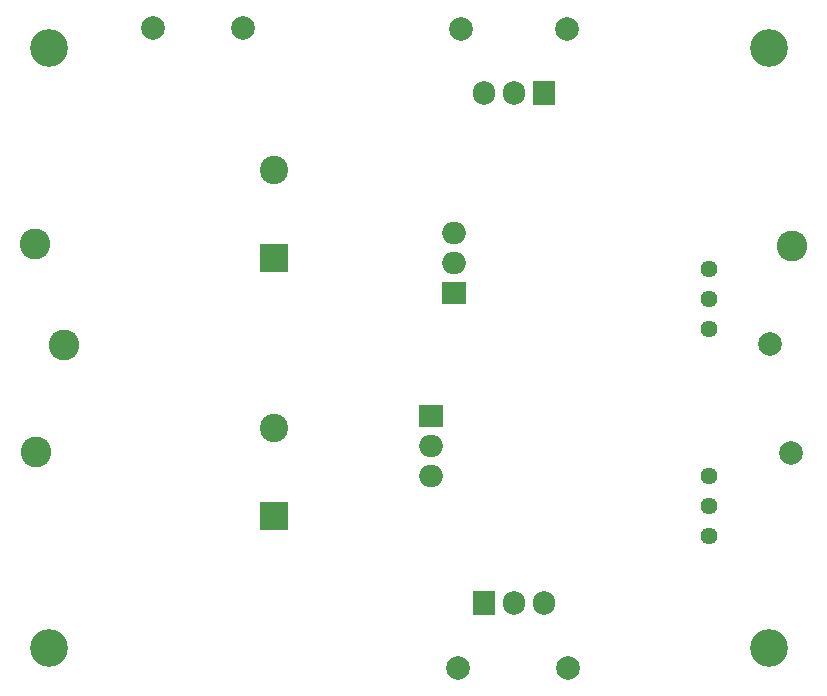
<source format=gbr>
G04 #@! TF.GenerationSoftware,KiCad,Pcbnew,(5.1.10-1-10_14)*
G04 #@! TF.CreationDate,2021-09-15T13:52:24+02:00*
G04 #@! TF.ProjectId,lv-lownoise-psu,6c762d6c-6f77-46e6-9f69-73652d707375,rev?*
G04 #@! TF.SameCoordinates,Original*
G04 #@! TF.FileFunction,Soldermask,Bot*
G04 #@! TF.FilePolarity,Negative*
%FSLAX46Y46*%
G04 Gerber Fmt 4.6, Leading zero omitted, Abs format (unit mm)*
G04 Created by KiCad (PCBNEW (5.1.10-1-10_14)) date 2021-09-15 13:52:24*
%MOMM*%
%LPD*%
G01*
G04 APERTURE LIST*
%ADD10C,2.000000*%
%ADD11O,2.000000X1.905000*%
%ADD12R,2.000000X1.905000*%
%ADD13O,1.905000X2.000000*%
%ADD14R,1.905000X2.000000*%
%ADD15C,2.400000*%
%ADD16R,2.400000X2.400000*%
%ADD17C,1.440000*%
%ADD18C,2.600000*%
%ADD19C,3.200000*%
G04 APERTURE END LIST*
D10*
X119761000Y-85471000D03*
X129032000Y-85471000D03*
X128968500Y-31369000D03*
X120015000Y-31369000D03*
X93916500Y-31305500D03*
X101536500Y-31305500D03*
X147955000Y-67310000D03*
X146113500Y-58039000D03*
D11*
X117475000Y-69215000D03*
X117475000Y-66675000D03*
D12*
X117475000Y-64135000D03*
D11*
X119380000Y-48641000D03*
X119380000Y-51181000D03*
D12*
X119380000Y-53721000D03*
D13*
X127000000Y-80010000D03*
X124460000Y-80010000D03*
D14*
X121920000Y-80010000D03*
D13*
X121920000Y-36830000D03*
X124460000Y-36830000D03*
D14*
X127000000Y-36830000D03*
D15*
X104140000Y-65151000D03*
D16*
X104140000Y-72651000D03*
D15*
X104140000Y-43300000D03*
D16*
X104140000Y-50800000D03*
D17*
X140970000Y-74295000D03*
X140970000Y-71755000D03*
X140970000Y-69215000D03*
X140970000Y-56832500D03*
X140970000Y-54292500D03*
X140970000Y-51752500D03*
D18*
X148018500Y-49784000D03*
X83921600Y-49631600D03*
X86360000Y-58166000D03*
X83972400Y-67259200D03*
D19*
X146050000Y-33020000D03*
X146050000Y-83820000D03*
X85090000Y-83820000D03*
X85090000Y-33020000D03*
M02*

</source>
